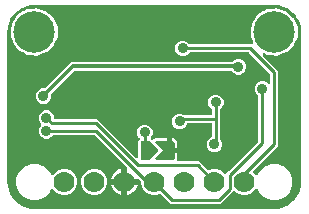
<source format=gbr>
G04 EAGLE Gerber RS-274X export*
G75*
%MOMM*%
%FSLAX34Y34*%
%LPD*%
%INBottom Copper*%
%IPPOS*%
%AMOC8*
5,1,8,0,0,1.08239X$1,22.5*%
G01*
%ADD10C,3.516000*%
%ADD11C,0.381000*%
%ADD12C,1.778000*%
%ADD13C,0.889000*%
%ADD14C,0.304800*%
%ADD15C,0.254000*%

G36*
X228622Y2543D02*
X228622Y2543D01*
X228700Y2545D01*
X232077Y2810D01*
X232145Y2824D01*
X232214Y2829D01*
X232370Y2869D01*
X238794Y4956D01*
X238901Y5006D01*
X239012Y5050D01*
X239063Y5083D01*
X239082Y5091D01*
X239097Y5104D01*
X239148Y5136D01*
X244612Y9107D01*
X244699Y9188D01*
X244746Y9227D01*
X244752Y9231D01*
X244753Y9232D01*
X244791Y9264D01*
X244829Y9310D01*
X244844Y9324D01*
X244855Y9342D01*
X244893Y9388D01*
X248864Y14852D01*
X248921Y14956D01*
X248985Y15056D01*
X249007Y15113D01*
X249017Y15131D01*
X249022Y15151D01*
X249044Y15206D01*
X251131Y21630D01*
X251144Y21698D01*
X251167Y21764D01*
X251190Y21923D01*
X251455Y25300D01*
X251455Y25304D01*
X251456Y25307D01*
X251455Y25326D01*
X251459Y25400D01*
X251459Y152400D01*
X251457Y152422D01*
X251455Y152500D01*
X251190Y155877D01*
X251176Y155945D01*
X251171Y156014D01*
X251131Y156170D01*
X249044Y162594D01*
X248993Y162701D01*
X248950Y162812D01*
X248917Y162863D01*
X248909Y162882D01*
X248896Y162897D01*
X248864Y162948D01*
X247171Y165278D01*
X247153Y165297D01*
X247139Y165320D01*
X247044Y165413D01*
X246953Y165509D01*
X246931Y165524D01*
X246912Y165542D01*
X246798Y165608D01*
X246792Y165624D01*
X246789Y165651D01*
X246740Y165775D01*
X246697Y165900D01*
X246682Y165922D01*
X246672Y165947D01*
X246586Y166083D01*
X244893Y168412D01*
X244812Y168499D01*
X244736Y168591D01*
X244690Y168629D01*
X244676Y168644D01*
X244658Y168655D01*
X244612Y168693D01*
X239148Y172664D01*
X239044Y172721D01*
X238944Y172785D01*
X238887Y172807D01*
X238869Y172817D01*
X238849Y172822D01*
X238794Y172844D01*
X232370Y174931D01*
X232302Y174944D01*
X232236Y174967D01*
X232077Y174990D01*
X228700Y175255D01*
X228678Y175254D01*
X228600Y175259D01*
X25400Y175259D01*
X25378Y175257D01*
X25300Y175255D01*
X21923Y174990D01*
X21855Y174976D01*
X21786Y174971D01*
X21630Y174931D01*
X18892Y174041D01*
X18867Y174030D01*
X18841Y174024D01*
X18724Y173963D01*
X18604Y173906D01*
X18583Y173889D01*
X18560Y173877D01*
X18462Y173789D01*
X18445Y173788D01*
X18418Y173793D01*
X18286Y173785D01*
X18153Y173783D01*
X18128Y173775D01*
X18101Y173774D01*
X17945Y173734D01*
X15206Y172844D01*
X15099Y172793D01*
X14988Y172750D01*
X14937Y172717D01*
X14918Y172709D01*
X14903Y172696D01*
X14852Y172664D01*
X9388Y168693D01*
X9301Y168612D01*
X9209Y168536D01*
X9171Y168490D01*
X9156Y168476D01*
X9145Y168458D01*
X9107Y168412D01*
X5136Y162948D01*
X5079Y162844D01*
X5015Y162744D01*
X4993Y162687D01*
X4983Y162669D01*
X4978Y162649D01*
X4956Y162594D01*
X2869Y156170D01*
X2856Y156102D01*
X2833Y156036D01*
X2810Y155877D01*
X2545Y152500D01*
X2546Y152478D01*
X2541Y152400D01*
X2541Y25400D01*
X2543Y25378D01*
X2545Y25300D01*
X2810Y21923D01*
X2824Y21855D01*
X2829Y21786D01*
X2869Y21630D01*
X4956Y15206D01*
X5006Y15099D01*
X5050Y14988D01*
X5083Y14937D01*
X5091Y14918D01*
X5104Y14903D01*
X5136Y14852D01*
X9107Y9388D01*
X9127Y9366D01*
X9138Y9348D01*
X9184Y9305D01*
X9188Y9301D01*
X9264Y9209D01*
X9310Y9171D01*
X9324Y9156D01*
X9342Y9145D01*
X9388Y9107D01*
X14852Y5136D01*
X14956Y5079D01*
X15056Y5015D01*
X15113Y4993D01*
X15131Y4983D01*
X15151Y4978D01*
X15206Y4956D01*
X21630Y2869D01*
X21698Y2856D01*
X21764Y2833D01*
X21923Y2810D01*
X25300Y2545D01*
X25322Y2546D01*
X25400Y2541D01*
X228600Y2541D01*
X228622Y2543D01*
G37*
%LPC*%
G36*
X140872Y6857D02*
X140872Y6857D01*
X138566Y9164D01*
X132657Y15072D01*
X132633Y15091D01*
X132614Y15113D01*
X132508Y15188D01*
X132406Y15267D01*
X132378Y15279D01*
X132354Y15296D01*
X132233Y15342D01*
X132114Y15394D01*
X132085Y15398D01*
X132057Y15409D01*
X131928Y15423D01*
X131800Y15444D01*
X131770Y15441D01*
X131741Y15444D01*
X131612Y15426D01*
X131483Y15414D01*
X131455Y15404D01*
X131426Y15400D01*
X131274Y15348D01*
X129173Y14477D01*
X124827Y14477D01*
X120813Y16140D01*
X117740Y19213D01*
X116077Y23227D01*
X116077Y24776D01*
X116065Y24874D01*
X116062Y24973D01*
X116045Y25032D01*
X116037Y25092D01*
X116001Y25184D01*
X115973Y25279D01*
X115943Y25331D01*
X115920Y25387D01*
X115862Y25468D01*
X115812Y25553D01*
X115746Y25628D01*
X115734Y25645D01*
X115724Y25653D01*
X115706Y25674D01*
X113852Y27528D01*
X113773Y27588D01*
X113701Y27656D01*
X113648Y27685D01*
X113600Y27722D01*
X113509Y27762D01*
X113423Y27810D01*
X113364Y27825D01*
X113309Y27849D01*
X113211Y27864D01*
X113115Y27889D01*
X113015Y27895D01*
X112994Y27899D01*
X112982Y27897D01*
X112954Y27899D01*
X104099Y27899D01*
X104099Y36754D01*
X104087Y36852D01*
X104084Y36951D01*
X104067Y37010D01*
X104059Y37070D01*
X104023Y37162D01*
X103995Y37257D01*
X103965Y37309D01*
X103942Y37365D01*
X103884Y37445D01*
X103834Y37531D01*
X103768Y37606D01*
X103756Y37623D01*
X103746Y37631D01*
X103728Y37652D01*
X76474Y64906D01*
X76395Y64966D01*
X76323Y65034D01*
X76270Y65063D01*
X76222Y65100D01*
X76131Y65140D01*
X76045Y65188D01*
X75986Y65203D01*
X75931Y65227D01*
X75833Y65242D01*
X75737Y65267D01*
X75637Y65273D01*
X75616Y65277D01*
X75604Y65275D01*
X75576Y65277D01*
X41944Y65277D01*
X41846Y65265D01*
X41747Y65262D01*
X41688Y65245D01*
X41628Y65237D01*
X41536Y65201D01*
X41441Y65173D01*
X41389Y65143D01*
X41333Y65120D01*
X41253Y65062D01*
X41167Y65012D01*
X41092Y64946D01*
X41075Y64934D01*
X41068Y64924D01*
X41046Y64906D01*
X39229Y63088D01*
X36849Y62102D01*
X34271Y62102D01*
X31891Y63088D01*
X30068Y64911D01*
X29082Y67291D01*
X29082Y69869D01*
X30068Y72249D01*
X30963Y73143D01*
X31035Y73237D01*
X31114Y73327D01*
X31133Y73363D01*
X31158Y73395D01*
X31205Y73504D01*
X31259Y73610D01*
X31268Y73649D01*
X31284Y73687D01*
X31303Y73804D01*
X31329Y73920D01*
X31327Y73961D01*
X31334Y74001D01*
X31323Y74119D01*
X31319Y74238D01*
X31308Y74277D01*
X31304Y74317D01*
X31264Y74430D01*
X31231Y74544D01*
X31210Y74578D01*
X31196Y74617D01*
X31129Y74715D01*
X31069Y74818D01*
X31029Y74863D01*
X31018Y74880D01*
X31002Y74893D01*
X30963Y74938D01*
X30068Y75833D01*
X29082Y78213D01*
X29082Y80791D01*
X30068Y83171D01*
X31891Y84994D01*
X34271Y85980D01*
X36849Y85980D01*
X39229Y84994D01*
X41052Y83171D01*
X42038Y80791D01*
X42038Y79629D01*
X42053Y79511D01*
X42060Y79392D01*
X42073Y79354D01*
X42078Y79313D01*
X42121Y79203D01*
X42158Y79090D01*
X42180Y79055D01*
X42195Y79018D01*
X42264Y78922D01*
X42328Y78821D01*
X42358Y78793D01*
X42381Y78760D01*
X42473Y78684D01*
X42560Y78603D01*
X42595Y78583D01*
X42626Y78558D01*
X42734Y78507D01*
X42838Y78449D01*
X42878Y78439D01*
X42914Y78422D01*
X43031Y78400D01*
X43146Y78370D01*
X43206Y78366D01*
X43226Y78362D01*
X43247Y78364D01*
X43307Y78360D01*
X78827Y78360D01*
X81133Y76054D01*
X81133Y76053D01*
X111371Y45816D01*
X111480Y45731D01*
X111587Y45642D01*
X111606Y45634D01*
X111622Y45621D01*
X111750Y45566D01*
X111875Y45507D01*
X111895Y45503D01*
X111914Y45495D01*
X112052Y45473D01*
X112188Y45447D01*
X112208Y45448D01*
X112228Y45445D01*
X112367Y45458D01*
X112505Y45467D01*
X112524Y45473D01*
X112544Y45475D01*
X112676Y45522D01*
X112807Y45565D01*
X112825Y45575D01*
X112844Y45582D01*
X112959Y45660D01*
X113076Y45735D01*
X113090Y45750D01*
X113107Y45761D01*
X113199Y45865D01*
X113294Y45966D01*
X113304Y45984D01*
X113317Y45999D01*
X113381Y46123D01*
X113448Y46245D01*
X113453Y46265D01*
X113462Y46283D01*
X113492Y46418D01*
X113527Y46553D01*
X113529Y46581D01*
X113532Y46593D01*
X113531Y46613D01*
X113537Y46714D01*
X113537Y59752D01*
X113551Y59805D01*
X113557Y59905D01*
X113561Y59926D01*
X113559Y59938D01*
X113561Y59966D01*
X113561Y60199D01*
X114358Y60995D01*
X114431Y61089D01*
X114510Y61179D01*
X114528Y61215D01*
X114553Y61247D01*
X114600Y61356D01*
X114654Y61462D01*
X114663Y61501D01*
X114679Y61538D01*
X114698Y61656D01*
X114724Y61772D01*
X114723Y61813D01*
X114729Y61853D01*
X114718Y61971D01*
X114714Y62090D01*
X114703Y62129D01*
X114699Y62169D01*
X114659Y62281D01*
X114626Y62396D01*
X114605Y62430D01*
X114592Y62468D01*
X114525Y62567D01*
X114464Y62670D01*
X114424Y62715D01*
X114413Y62732D01*
X114398Y62745D01*
X114358Y62790D01*
X113507Y63641D01*
X112521Y66021D01*
X112521Y68599D01*
X113507Y70979D01*
X115330Y72802D01*
X117710Y73788D01*
X120288Y73788D01*
X122668Y72802D01*
X124491Y70979D01*
X125477Y68599D01*
X125477Y66021D01*
X124491Y63641D01*
X124109Y63259D01*
X124036Y63165D01*
X123957Y63076D01*
X123939Y63040D01*
X123914Y63008D01*
X123866Y62898D01*
X123812Y62792D01*
X123804Y62753D01*
X123787Y62716D01*
X123769Y62598D01*
X123743Y62482D01*
X123744Y62442D01*
X123738Y62402D01*
X123749Y62283D01*
X123752Y62164D01*
X123764Y62125D01*
X123767Y62085D01*
X123808Y61973D01*
X123841Y61859D01*
X123861Y61824D01*
X123875Y61786D01*
X123942Y61687D01*
X124002Y61585D01*
X124042Y61539D01*
X124054Y61523D01*
X124069Y61509D01*
X124109Y61464D01*
X124287Y61286D01*
X124370Y61221D01*
X124425Y61169D01*
X124429Y61167D01*
X124451Y61148D01*
X124497Y61123D01*
X124538Y61091D01*
X124637Y61048D01*
X124731Y60998D01*
X124782Y60985D01*
X124830Y60964D01*
X124936Y60947D01*
X125040Y60922D01*
X125092Y60923D01*
X125144Y60914D01*
X125251Y60924D01*
X125358Y60926D01*
X125409Y60939D01*
X125461Y60944D01*
X125562Y60980D01*
X125665Y61008D01*
X125711Y61034D01*
X125760Y61052D01*
X125803Y61081D01*
X125809Y61083D01*
X125844Y61109D01*
X125849Y61112D01*
X125942Y61165D01*
X126005Y61218D01*
X126023Y61230D01*
X126034Y61243D01*
X126065Y61269D01*
X126269Y61466D01*
X126274Y61472D01*
X126287Y61483D01*
X126610Y61806D01*
X127009Y62027D01*
X127016Y62031D01*
X127030Y62039D01*
X127427Y62267D01*
X127870Y62377D01*
X127877Y62380D01*
X127893Y62383D01*
X128335Y62502D01*
X128791Y62493D01*
X128799Y62494D01*
X128815Y62493D01*
X137796Y62493D01*
X137796Y59951D01*
X128770Y59951D01*
X128751Y59949D01*
X128731Y59951D01*
X128610Y59929D01*
X128489Y59911D01*
X128471Y59903D01*
X128451Y59900D01*
X128341Y59845D01*
X128229Y59795D01*
X128214Y59782D01*
X128196Y59774D01*
X128106Y59691D01*
X128012Y59612D01*
X128001Y59595D01*
X127987Y59582D01*
X127922Y59477D01*
X127855Y59375D01*
X127849Y59356D01*
X127838Y59339D01*
X127806Y59221D01*
X127769Y59104D01*
X127768Y59084D01*
X127763Y59065D01*
X127765Y58943D01*
X127761Y58820D01*
X127766Y58801D01*
X127767Y58781D01*
X127802Y58663D01*
X127833Y58545D01*
X127843Y58528D01*
X127849Y58509D01*
X127891Y58448D01*
X127979Y58300D01*
X128016Y58265D01*
X128039Y58232D01*
X133973Y52070D01*
X128039Y45908D01*
X128027Y45892D01*
X128012Y45880D01*
X127944Y45777D01*
X127872Y45678D01*
X127865Y45659D01*
X127855Y45643D01*
X127817Y45526D01*
X127776Y45410D01*
X127775Y45391D01*
X127769Y45372D01*
X127766Y45249D01*
X127758Y45127D01*
X127762Y45107D01*
X127761Y45088D01*
X127792Y44969D01*
X127819Y44849D01*
X127828Y44832D01*
X127833Y44813D01*
X127896Y44707D01*
X127955Y44599D01*
X127968Y44585D01*
X127979Y44568D01*
X128068Y44484D01*
X128154Y44397D01*
X128171Y44387D01*
X128186Y44374D01*
X128295Y44318D01*
X128402Y44258D01*
X128421Y44253D01*
X128439Y44244D01*
X128512Y44232D01*
X128679Y44193D01*
X128730Y44195D01*
X128770Y44189D01*
X142470Y44189D01*
X142528Y44197D01*
X142586Y44195D01*
X142668Y44217D01*
X142752Y44229D01*
X142805Y44253D01*
X142861Y44267D01*
X142934Y44310D01*
X143011Y44345D01*
X143056Y44383D01*
X143106Y44413D01*
X143164Y44474D01*
X143228Y44529D01*
X143260Y44577D01*
X143300Y44620D01*
X143339Y44695D01*
X143386Y44765D01*
X143403Y44821D01*
X143430Y44873D01*
X143441Y44941D01*
X143471Y45036D01*
X143474Y45136D01*
X143485Y45204D01*
X143485Y50166D01*
X146051Y50166D01*
X146051Y45727D01*
X146037Y45674D01*
X146028Y45537D01*
X146027Y45527D01*
X146027Y45522D01*
X146027Y45513D01*
X146027Y44736D01*
X145902Y44270D01*
X145885Y44146D01*
X145861Y44022D01*
X145863Y43989D01*
X145859Y43955D01*
X145873Y43830D01*
X145881Y43705D01*
X145892Y43673D01*
X145895Y43639D01*
X145941Y43522D01*
X145979Y43403D01*
X145997Y43374D01*
X146009Y43343D01*
X146082Y43240D01*
X146149Y43134D01*
X146174Y43111D01*
X146193Y43083D01*
X146289Y43002D01*
X146381Y42916D01*
X146410Y42900D01*
X146436Y42878D01*
X146549Y42823D01*
X146659Y42762D01*
X146692Y42754D01*
X146722Y42739D01*
X146846Y42714D01*
X146967Y42683D01*
X147016Y42680D01*
X147034Y42676D01*
X147056Y42677D01*
X147128Y42673D01*
X165198Y42673D01*
X167504Y40367D01*
X167504Y40366D01*
X172143Y35728D01*
X172167Y35709D01*
X172186Y35687D01*
X172292Y35612D01*
X172394Y35533D01*
X172422Y35521D01*
X172446Y35504D01*
X172567Y35458D01*
X172686Y35406D01*
X172715Y35402D01*
X172743Y35391D01*
X172872Y35377D01*
X173000Y35356D01*
X173030Y35359D01*
X173059Y35356D01*
X173188Y35374D01*
X173317Y35386D01*
X173345Y35396D01*
X173374Y35400D01*
X173526Y35452D01*
X175627Y36323D01*
X179973Y36323D01*
X183987Y34660D01*
X186101Y32546D01*
X186195Y32473D01*
X186284Y32395D01*
X186320Y32376D01*
X186352Y32351D01*
X186461Y32304D01*
X186567Y32250D01*
X186607Y32241D01*
X186644Y32225D01*
X186762Y32206D01*
X186877Y32180D01*
X186918Y32182D01*
X186958Y32175D01*
X187076Y32186D01*
X187195Y32190D01*
X187234Y32201D01*
X187274Y32205D01*
X187387Y32245D01*
X187501Y32278D01*
X187536Y32299D01*
X187574Y32313D01*
X187672Y32380D01*
X187775Y32440D01*
X187820Y32480D01*
X187837Y32491D01*
X187850Y32507D01*
X187896Y32546D01*
X190012Y34662D01*
X214766Y59416D01*
X214826Y59495D01*
X214894Y59567D01*
X214923Y59620D01*
X214960Y59668D01*
X215000Y59759D01*
X215048Y59845D01*
X215063Y59904D01*
X215087Y59959D01*
X215102Y60057D01*
X215127Y60153D01*
X215133Y60253D01*
X215137Y60274D01*
X215135Y60286D01*
X215137Y60314D01*
X215137Y97756D01*
X215125Y97854D01*
X215122Y97953D01*
X215105Y98012D01*
X215097Y98072D01*
X215061Y98164D01*
X215033Y98259D01*
X215003Y98311D01*
X214980Y98367D01*
X214922Y98447D01*
X214872Y98533D01*
X214806Y98608D01*
X214794Y98625D01*
X214784Y98632D01*
X214766Y98654D01*
X212948Y100471D01*
X211962Y102851D01*
X211962Y105429D01*
X212948Y107809D01*
X214771Y109632D01*
X217151Y110618D01*
X219729Y110618D01*
X222109Y109632D01*
X223131Y108610D01*
X223240Y108526D01*
X223347Y108436D01*
X223366Y108428D01*
X223382Y108415D01*
X223509Y108360D01*
X223635Y108301D01*
X223655Y108297D01*
X223674Y108289D01*
X223812Y108267D01*
X223948Y108241D01*
X223968Y108242D01*
X223988Y108239D01*
X224127Y108252D01*
X224265Y108261D01*
X224284Y108267D01*
X224304Y108269D01*
X224436Y108316D01*
X224567Y108359D01*
X224585Y108370D01*
X224604Y108377D01*
X224719Y108455D01*
X224836Y108529D01*
X224850Y108544D01*
X224867Y108555D01*
X224959Y108659D01*
X225054Y108761D01*
X225064Y108779D01*
X225077Y108794D01*
X225140Y108917D01*
X225208Y109039D01*
X225213Y109059D01*
X225222Y109077D01*
X225252Y109213D01*
X225287Y109347D01*
X225289Y109375D01*
X225292Y109387D01*
X225291Y109408D01*
X225297Y109508D01*
X225297Y116216D01*
X225285Y116314D01*
X225282Y116413D01*
X225265Y116472D01*
X225257Y116532D01*
X225221Y116624D01*
X225193Y116719D01*
X225163Y116771D01*
X225140Y116827D01*
X225082Y116907D01*
X225032Y116993D01*
X224966Y117068D01*
X224954Y117085D01*
X224944Y117093D01*
X224926Y117114D01*
X207284Y134756D01*
X207205Y134816D01*
X207133Y134884D01*
X207080Y134913D01*
X207032Y134950D01*
X206941Y134990D01*
X206855Y135038D01*
X206796Y135053D01*
X206741Y135077D01*
X206643Y135092D01*
X206547Y135117D01*
X206447Y135123D01*
X206426Y135127D01*
X206414Y135125D01*
X206386Y135127D01*
X157514Y135127D01*
X157416Y135115D01*
X157317Y135112D01*
X157258Y135095D01*
X157198Y135087D01*
X157106Y135051D01*
X157011Y135023D01*
X156959Y134993D01*
X156903Y134970D01*
X156823Y134912D01*
X156737Y134862D01*
X156662Y134796D01*
X156645Y134784D01*
X156638Y134774D01*
X156616Y134756D01*
X154799Y132938D01*
X152419Y131952D01*
X149841Y131952D01*
X147461Y132938D01*
X145638Y134761D01*
X144652Y137141D01*
X144652Y139719D01*
X145638Y142099D01*
X147461Y143922D01*
X149841Y144908D01*
X152419Y144908D01*
X154799Y143922D01*
X156616Y142104D01*
X156695Y142044D01*
X156767Y141976D01*
X156820Y141947D01*
X156868Y141910D01*
X156959Y141870D01*
X157045Y141822D01*
X157104Y141807D01*
X157160Y141783D01*
X157258Y141768D01*
X157353Y141743D01*
X157453Y141737D01*
X157474Y141733D01*
X157486Y141735D01*
X157514Y141733D01*
X209518Y141733D01*
X209557Y141738D01*
X209597Y141735D01*
X209715Y141758D01*
X209834Y141773D01*
X209871Y141787D01*
X209910Y141795D01*
X210018Y141846D01*
X210129Y141890D01*
X210161Y141913D01*
X210197Y141930D01*
X210290Y142006D01*
X210387Y142076D01*
X210412Y142107D01*
X210443Y142132D01*
X210513Y142229D01*
X210589Y142321D01*
X210606Y142357D01*
X210630Y142390D01*
X210674Y142501D01*
X210725Y142609D01*
X210732Y142648D01*
X210747Y142685D01*
X210762Y142804D01*
X210785Y142921D01*
X210782Y142961D01*
X210787Y143001D01*
X210772Y143119D01*
X210765Y143239D01*
X210753Y143277D01*
X210748Y143316D01*
X210704Y143427D01*
X210667Y143541D01*
X210646Y143575D01*
X210631Y143612D01*
X210545Y143748D01*
X210208Y144211D01*
X209647Y146849D01*
X209636Y146883D01*
X209631Y146919D01*
X209579Y147071D01*
X208987Y148499D01*
X208987Y149822D01*
X208981Y149874D01*
X208983Y149926D01*
X208960Y150086D01*
X208468Y152400D01*
X208960Y154714D01*
X208964Y154767D01*
X208977Y154817D01*
X208987Y154978D01*
X208987Y156301D01*
X209579Y157729D01*
X209588Y157763D01*
X209604Y157795D01*
X209647Y157951D01*
X210208Y160589D01*
X211411Y162244D01*
X211444Y162305D01*
X211486Y162360D01*
X211557Y162504D01*
X211973Y163510D01*
X213209Y164746D01*
X213221Y164761D01*
X213236Y164773D01*
X213339Y164897D01*
X215129Y167361D01*
X216631Y168228D01*
X216699Y168280D01*
X216773Y168324D01*
X216875Y168414D01*
X216884Y168421D01*
X216887Y168424D01*
X216893Y168430D01*
X217490Y169027D01*
X219266Y169762D01*
X219268Y169764D01*
X219271Y169764D01*
X219415Y169836D01*
X222379Y171547D01*
X223798Y171696D01*
X223898Y171720D01*
X223999Y171734D01*
X224087Y171764D01*
X224108Y171769D01*
X224120Y171775D01*
X224151Y171786D01*
X224699Y172013D01*
X226743Y172013D01*
X226760Y172015D01*
X226876Y172020D01*
X230704Y172422D01*
X231773Y172075D01*
X231890Y172053D01*
X232005Y172023D01*
X232065Y172019D01*
X232085Y172015D01*
X232106Y172017D01*
X232165Y172013D01*
X232501Y172013D01*
X234409Y171222D01*
X234430Y171217D01*
X234503Y171188D01*
X238666Y169835D01*
X239278Y169285D01*
X239389Y169207D01*
X239497Y169126D01*
X239527Y169111D01*
X239539Y169103D01*
X239559Y169096D01*
X239641Y169055D01*
X239710Y169027D01*
X241005Y167732D01*
X241019Y167721D01*
X241053Y167686D01*
X244710Y164393D01*
X244732Y164378D01*
X244750Y164359D01*
X244862Y164288D01*
X244910Y164254D01*
X244914Y164217D01*
X244924Y164192D01*
X244929Y164166D01*
X244985Y164015D01*
X245100Y163756D01*
X245179Y163626D01*
X245450Y162971D01*
X245455Y162962D01*
X245463Y162941D01*
X248292Y156586D01*
X248292Y148214D01*
X245463Y141859D01*
X245460Y141849D01*
X245450Y141829D01*
X245194Y141211D01*
X245175Y141187D01*
X245170Y141179D01*
X245168Y141175D01*
X245163Y141164D01*
X245100Y141044D01*
X244887Y140566D01*
X241053Y137114D01*
X241041Y137100D01*
X241005Y137068D01*
X239710Y135773D01*
X239641Y135745D01*
X239524Y135678D01*
X239404Y135615D01*
X239377Y135594D01*
X239365Y135587D01*
X239350Y135572D01*
X239278Y135515D01*
X238666Y134965D01*
X234502Y133612D01*
X234483Y133603D01*
X234409Y133577D01*
X232501Y132787D01*
X232165Y132787D01*
X232047Y132772D01*
X231929Y132765D01*
X231870Y132750D01*
X231850Y132747D01*
X231831Y132740D01*
X231773Y132725D01*
X230704Y132378D01*
X226876Y132780D01*
X226858Y132780D01*
X226743Y132787D01*
X224699Y132787D01*
X224151Y133014D01*
X224052Y133041D01*
X223957Y133077D01*
X223865Y133092D01*
X223844Y133098D01*
X223831Y133098D01*
X223798Y133104D01*
X222379Y133253D01*
X220670Y134239D01*
X220531Y134298D01*
X220390Y134359D01*
X220383Y134360D01*
X220377Y134363D01*
X220228Y134385D01*
X220076Y134409D01*
X220069Y134408D01*
X220062Y134409D01*
X219912Y134393D01*
X219759Y134379D01*
X219753Y134377D01*
X219746Y134376D01*
X219605Y134323D01*
X219460Y134271D01*
X219454Y134268D01*
X219448Y134265D01*
X219324Y134179D01*
X219197Y134093D01*
X219192Y134088D01*
X219187Y134084D01*
X219087Y133969D01*
X218986Y133854D01*
X218983Y133848D01*
X218979Y133843D01*
X218911Y133707D01*
X218842Y133571D01*
X218840Y133565D01*
X218837Y133559D01*
X218805Y133408D01*
X218772Y133261D01*
X218772Y133254D01*
X218771Y133248D01*
X218777Y133095D01*
X218782Y132943D01*
X218784Y132937D01*
X218784Y132930D01*
X218828Y132784D01*
X218870Y132638D01*
X218874Y132632D01*
X218875Y132625D01*
X218954Y132496D01*
X219032Y132364D01*
X219038Y132357D01*
X219040Y132353D01*
X219047Y132346D01*
X219138Y132243D01*
X231903Y119478D01*
X231903Y55782D01*
X210981Y34861D01*
X210908Y34766D01*
X210830Y34677D01*
X210811Y34641D01*
X210786Y34609D01*
X210739Y34500D01*
X210685Y34394D01*
X210676Y34355D01*
X210660Y34318D01*
X210641Y34200D01*
X210615Y34084D01*
X210617Y34043D01*
X210610Y34003D01*
X210621Y33885D01*
X210625Y33766D01*
X210636Y33727D01*
X210640Y33687D01*
X210680Y33575D01*
X210713Y33460D01*
X210734Y33426D01*
X210748Y33388D01*
X210815Y33289D01*
X210875Y33186D01*
X210915Y33141D01*
X210926Y33124D01*
X210942Y33111D01*
X210981Y33066D01*
X212511Y31536D01*
X212524Y31511D01*
X212538Y31496D01*
X212548Y31479D01*
X212644Y31379D01*
X212738Y31276D01*
X212755Y31265D01*
X212769Y31250D01*
X212888Y31177D01*
X213004Y31101D01*
X213023Y31094D01*
X213040Y31084D01*
X213173Y31043D01*
X213305Y30998D01*
X213325Y30996D01*
X213344Y30990D01*
X213483Y30984D01*
X213622Y30972D01*
X213642Y30976D01*
X213662Y30975D01*
X213798Y31003D01*
X213935Y31027D01*
X213953Y31035D01*
X213973Y31039D01*
X214098Y31100D01*
X214225Y31157D01*
X214241Y31170D01*
X214259Y31179D01*
X214365Y31269D01*
X214474Y31356D01*
X214486Y31372D01*
X214501Y31385D01*
X214581Y31499D01*
X214665Y31610D01*
X214677Y31635D01*
X214684Y31645D01*
X214691Y31664D01*
X214736Y31755D01*
X215680Y34033D01*
X219967Y38320D01*
X225568Y40641D01*
X231632Y40641D01*
X237233Y38320D01*
X241520Y34033D01*
X243841Y28432D01*
X243841Y22368D01*
X241520Y16767D01*
X237233Y12480D01*
X231632Y10159D01*
X225568Y10159D01*
X219967Y12480D01*
X215680Y16767D01*
X214736Y19045D01*
X214667Y19166D01*
X214602Y19289D01*
X214588Y19304D01*
X214578Y19322D01*
X214481Y19422D01*
X214388Y19525D01*
X214371Y19536D01*
X214357Y19550D01*
X214238Y19623D01*
X214122Y19699D01*
X214103Y19706D01*
X214086Y19716D01*
X213953Y19757D01*
X213821Y19802D01*
X213801Y19804D01*
X213782Y19810D01*
X213643Y19816D01*
X213504Y19828D01*
X213484Y19824D01*
X213464Y19825D01*
X213328Y19797D01*
X213191Y19773D01*
X213172Y19765D01*
X213153Y19761D01*
X213027Y19699D01*
X212901Y19642D01*
X212885Y19630D01*
X212867Y19621D01*
X212761Y19530D01*
X212652Y19444D01*
X212640Y19428D01*
X212625Y19415D01*
X212545Y19301D01*
X212536Y19289D01*
X209387Y16140D01*
X205373Y14477D01*
X201027Y14477D01*
X197013Y16140D01*
X195534Y17619D01*
X195440Y17692D01*
X195351Y17770D01*
X195315Y17789D01*
X195283Y17814D01*
X195174Y17861D01*
X195068Y17915D01*
X195028Y17924D01*
X194991Y17940D01*
X194873Y17959D01*
X194758Y17985D01*
X194717Y17983D01*
X194677Y17990D01*
X194559Y17979D01*
X194440Y17975D01*
X194401Y17964D01*
X194361Y17960D01*
X194248Y17920D01*
X194134Y17887D01*
X194099Y17866D01*
X194061Y17852D01*
X193963Y17785D01*
X193860Y17725D01*
X193815Y17685D01*
X193798Y17674D01*
X193785Y17658D01*
X193739Y17619D01*
X182978Y6857D01*
X140872Y6857D01*
G37*
%LPD*%
%LPC*%
G36*
X31731Y91566D02*
X31731Y91566D01*
X29351Y92552D01*
X27528Y94375D01*
X26542Y96755D01*
X26542Y99333D01*
X27528Y101713D01*
X29351Y103536D01*
X31731Y104522D01*
X33942Y104522D01*
X34040Y104534D01*
X34139Y104537D01*
X34197Y104554D01*
X34258Y104562D01*
X34350Y104598D01*
X34445Y104626D01*
X34497Y104656D01*
X34553Y104679D01*
X34633Y104737D01*
X34719Y104787D01*
X34794Y104853D01*
X34811Y104865D01*
X34818Y104875D01*
X34840Y104893D01*
X56693Y126747D01*
X192380Y126747D01*
X192478Y126759D01*
X192577Y126762D01*
X192636Y126779D01*
X192696Y126787D01*
X192788Y126823D01*
X192883Y126851D01*
X192935Y126881D01*
X192991Y126904D01*
X193071Y126962D01*
X193157Y127012D01*
X193232Y127078D01*
X193249Y127090D01*
X193256Y127100D01*
X193278Y127118D01*
X194451Y128292D01*
X196831Y129278D01*
X199409Y129278D01*
X201789Y128292D01*
X203612Y126469D01*
X204598Y124089D01*
X204598Y121511D01*
X203612Y119131D01*
X201789Y117308D01*
X199409Y116322D01*
X196831Y116322D01*
X194451Y117308D01*
X192498Y119262D01*
X192419Y119322D01*
X192347Y119390D01*
X192294Y119419D01*
X192246Y119456D01*
X192155Y119496D01*
X192069Y119544D01*
X192010Y119559D01*
X191954Y119583D01*
X191856Y119598D01*
X191761Y119623D01*
X191661Y119629D01*
X191640Y119633D01*
X191628Y119631D01*
X191600Y119633D01*
X60165Y119633D01*
X60067Y119621D01*
X59968Y119618D01*
X59910Y119601D01*
X59849Y119593D01*
X59757Y119557D01*
X59662Y119529D01*
X59610Y119499D01*
X59554Y119476D01*
X59474Y119418D01*
X59388Y119368D01*
X59313Y119302D01*
X59296Y119290D01*
X59289Y119280D01*
X59267Y119262D01*
X39869Y99864D01*
X39809Y99785D01*
X39741Y99713D01*
X39712Y99660D01*
X39675Y99612D01*
X39635Y99521D01*
X39587Y99435D01*
X39572Y99376D01*
X39548Y99320D01*
X39533Y99222D01*
X39508Y99127D01*
X39502Y99027D01*
X39498Y99006D01*
X39500Y98994D01*
X39498Y98966D01*
X39498Y96755D01*
X38512Y94375D01*
X36689Y92552D01*
X34309Y91566D01*
X31731Y91566D01*
G37*
%LPD*%
%LPC*%
G36*
X23676Y132780D02*
X23676Y132780D01*
X23658Y132780D01*
X23543Y132787D01*
X21499Y132787D01*
X20951Y133014D01*
X20852Y133041D01*
X20757Y133077D01*
X20665Y133092D01*
X20644Y133098D01*
X20631Y133098D01*
X20598Y133104D01*
X19179Y133253D01*
X16215Y134964D01*
X16213Y134965D01*
X16210Y134967D01*
X16066Y135038D01*
X14290Y135773D01*
X13693Y136370D01*
X13626Y136422D01*
X13565Y136483D01*
X13451Y136558D01*
X13442Y136565D01*
X13438Y136567D01*
X13431Y136572D01*
X11929Y137439D01*
X10139Y139903D01*
X10126Y139917D01*
X10116Y139933D01*
X10009Y140054D01*
X8773Y141290D01*
X8357Y142296D01*
X8322Y142356D01*
X8297Y142420D01*
X8211Y142556D01*
X7008Y144211D01*
X6447Y146849D01*
X6436Y146883D01*
X6431Y146919D01*
X6379Y147071D01*
X5787Y148499D01*
X5787Y149822D01*
X5781Y149874D01*
X5783Y149926D01*
X5760Y150086D01*
X5268Y152400D01*
X5760Y154714D01*
X5764Y154767D01*
X5777Y154817D01*
X5787Y154978D01*
X5787Y156301D01*
X6379Y157729D01*
X6388Y157763D01*
X6404Y157795D01*
X6447Y157951D01*
X7008Y160589D01*
X8211Y162244D01*
X8244Y162305D01*
X8286Y162360D01*
X8357Y162504D01*
X8773Y163510D01*
X10009Y164746D01*
X10021Y164761D01*
X10036Y164773D01*
X10139Y164897D01*
X11929Y167361D01*
X13431Y168228D01*
X13499Y168280D01*
X13573Y168324D01*
X13675Y168414D01*
X13684Y168421D01*
X13687Y168424D01*
X13693Y168430D01*
X14290Y169027D01*
X16066Y169762D01*
X16068Y169764D01*
X16071Y169764D01*
X16215Y169836D01*
X18972Y171428D01*
X18993Y171444D01*
X19017Y171455D01*
X19120Y171540D01*
X19166Y171575D01*
X19203Y171568D01*
X19229Y171569D01*
X19256Y171565D01*
X19416Y171572D01*
X20598Y171696D01*
X20698Y171720D01*
X20799Y171734D01*
X20887Y171764D01*
X20908Y171769D01*
X20920Y171775D01*
X20951Y171786D01*
X21499Y172013D01*
X23543Y172013D01*
X23560Y172015D01*
X23676Y172020D01*
X27504Y172422D01*
X28573Y172075D01*
X28690Y172053D01*
X28805Y172023D01*
X28865Y172019D01*
X28885Y172015D01*
X28906Y172017D01*
X28965Y172013D01*
X29301Y172013D01*
X31209Y171222D01*
X31230Y171217D01*
X31303Y171188D01*
X35466Y169835D01*
X36078Y169285D01*
X36189Y169207D01*
X36297Y169126D01*
X36327Y169111D01*
X36339Y169103D01*
X36359Y169096D01*
X36441Y169055D01*
X36510Y169027D01*
X37805Y167732D01*
X37819Y167721D01*
X37853Y167686D01*
X41687Y164234D01*
X41900Y163756D01*
X41979Y163626D01*
X42250Y162971D01*
X42255Y162962D01*
X42263Y162941D01*
X45092Y156586D01*
X45092Y148214D01*
X42263Y141859D01*
X42260Y141849D01*
X42250Y141829D01*
X41994Y141211D01*
X41975Y141187D01*
X41970Y141179D01*
X41968Y141175D01*
X41963Y141164D01*
X41900Y141044D01*
X41687Y140566D01*
X37853Y137114D01*
X37841Y137100D01*
X37805Y137068D01*
X36510Y135773D01*
X36441Y135745D01*
X36324Y135678D01*
X36204Y135615D01*
X36177Y135594D01*
X36165Y135587D01*
X36150Y135572D01*
X36078Y135515D01*
X35466Y134965D01*
X31302Y133612D01*
X31283Y133603D01*
X31209Y133577D01*
X29301Y132787D01*
X28965Y132787D01*
X28847Y132772D01*
X28729Y132765D01*
X28670Y132750D01*
X28650Y132747D01*
X28631Y132740D01*
X28573Y132725D01*
X27504Y132378D01*
X23676Y132780D01*
G37*
%LPD*%
%LPC*%
G36*
X22368Y10159D02*
X22368Y10159D01*
X16767Y12480D01*
X12480Y16767D01*
X10159Y22368D01*
X10159Y28432D01*
X12480Y34033D01*
X16767Y38320D01*
X22368Y40641D01*
X28432Y40641D01*
X34033Y38320D01*
X38320Y34033D01*
X39264Y31755D01*
X39333Y31634D01*
X39398Y31511D01*
X39412Y31496D01*
X39422Y31478D01*
X39519Y31378D01*
X39612Y31276D01*
X39629Y31265D01*
X39643Y31250D01*
X39762Y31177D01*
X39878Y31101D01*
X39897Y31094D01*
X39914Y31084D01*
X40047Y31043D01*
X40179Y30998D01*
X40199Y30996D01*
X40218Y30990D01*
X40357Y30984D01*
X40496Y30973D01*
X40516Y30976D01*
X40536Y30975D01*
X40672Y31003D01*
X40809Y31027D01*
X40827Y31035D01*
X40847Y31039D01*
X40973Y31101D01*
X41099Y31158D01*
X41115Y31170D01*
X41133Y31179D01*
X41239Y31270D01*
X41347Y31356D01*
X41360Y31372D01*
X41375Y31385D01*
X41455Y31500D01*
X41464Y31511D01*
X44613Y34660D01*
X48627Y36323D01*
X52973Y36323D01*
X56987Y34660D01*
X60060Y31587D01*
X61723Y27573D01*
X61723Y23227D01*
X60060Y19213D01*
X56987Y16140D01*
X52973Y14477D01*
X48627Y14477D01*
X44613Y16140D01*
X41489Y19264D01*
X41476Y19289D01*
X41462Y19304D01*
X41452Y19321D01*
X41355Y19422D01*
X41262Y19524D01*
X41245Y19535D01*
X41231Y19550D01*
X41112Y19623D01*
X40996Y19699D01*
X40977Y19706D01*
X40960Y19716D01*
X40827Y19757D01*
X40695Y19802D01*
X40675Y19804D01*
X40656Y19810D01*
X40517Y19816D01*
X40378Y19828D01*
X40358Y19824D01*
X40338Y19825D01*
X40202Y19797D01*
X40065Y19773D01*
X40046Y19765D01*
X40027Y19761D01*
X39902Y19700D01*
X39775Y19643D01*
X39759Y19630D01*
X39741Y19621D01*
X39635Y19531D01*
X39526Y19444D01*
X39514Y19428D01*
X39499Y19415D01*
X39419Y19301D01*
X39335Y19190D01*
X39323Y19165D01*
X39316Y19155D01*
X39309Y19136D01*
X39264Y19045D01*
X38320Y16767D01*
X34033Y12480D01*
X28432Y10159D01*
X22368Y10159D01*
G37*
%LPD*%
%LPC*%
G36*
X176511Y50672D02*
X176511Y50672D01*
X174131Y51658D01*
X172308Y53481D01*
X171322Y55861D01*
X171322Y58439D01*
X172308Y60819D01*
X174131Y62642D01*
X174984Y62995D01*
X175009Y63010D01*
X175037Y63019D01*
X175147Y63088D01*
X175260Y63152D01*
X175281Y63173D01*
X175306Y63189D01*
X175395Y63283D01*
X175488Y63374D01*
X175504Y63399D01*
X175524Y63420D01*
X175587Y63534D01*
X175655Y63645D01*
X175663Y63673D01*
X175678Y63699D01*
X175710Y63825D01*
X175748Y63949D01*
X175750Y63978D01*
X175757Y64007D01*
X175767Y64168D01*
X175767Y74168D01*
X175752Y74286D01*
X175745Y74405D01*
X175732Y74443D01*
X175727Y74484D01*
X175684Y74594D01*
X175647Y74707D01*
X175625Y74742D01*
X175610Y74779D01*
X175541Y74875D01*
X175477Y74976D01*
X175447Y75004D01*
X175424Y75037D01*
X175332Y75113D01*
X175245Y75194D01*
X175210Y75214D01*
X175179Y75239D01*
X175071Y75290D01*
X174967Y75348D01*
X174927Y75358D01*
X174891Y75375D01*
X174774Y75397D01*
X174659Y75427D01*
X174599Y75431D01*
X174579Y75435D01*
X174558Y75433D01*
X174498Y75437D01*
X155757Y75437D01*
X155728Y75434D01*
X155699Y75436D01*
X155570Y75414D01*
X155442Y75397D01*
X155414Y75387D01*
X155385Y75382D01*
X155267Y75328D01*
X155146Y75280D01*
X155122Y75263D01*
X155095Y75251D01*
X154994Y75170D01*
X154889Y75094D01*
X154870Y75071D01*
X154847Y75052D01*
X154769Y74949D01*
X154686Y74849D01*
X154673Y74822D01*
X154656Y74798D01*
X154585Y74654D01*
X153885Y72964D01*
X152062Y71141D01*
X149682Y70155D01*
X147104Y70155D01*
X144724Y71141D01*
X142901Y72964D01*
X141915Y75344D01*
X141915Y77922D01*
X142901Y80302D01*
X144724Y82125D01*
X147104Y83111D01*
X149682Y83111D01*
X152027Y82139D01*
X152036Y82137D01*
X152044Y82132D01*
X152189Y82095D01*
X152333Y82055D01*
X152343Y82055D01*
X152352Y82053D01*
X152512Y82043D01*
X174498Y82043D01*
X174616Y82058D01*
X174735Y82065D01*
X174773Y82078D01*
X174814Y82083D01*
X174924Y82126D01*
X175037Y82163D01*
X175072Y82185D01*
X175109Y82200D01*
X175205Y82269D01*
X175306Y82333D01*
X175334Y82363D01*
X175367Y82386D01*
X175443Y82478D01*
X175524Y82565D01*
X175544Y82600D01*
X175569Y82631D01*
X175620Y82739D01*
X175678Y82843D01*
X175688Y82883D01*
X175705Y82919D01*
X175727Y83036D01*
X175757Y83151D01*
X175761Y83211D01*
X175765Y83231D01*
X175763Y83252D01*
X175767Y83312D01*
X175767Y86326D01*
X175755Y86424D01*
X175752Y86523D01*
X175745Y86547D01*
X175745Y86548D01*
X175742Y86556D01*
X175735Y86582D01*
X175727Y86642D01*
X175691Y86734D01*
X175663Y86829D01*
X175633Y86881D01*
X175610Y86937D01*
X175552Y87017D01*
X175502Y87103D01*
X175436Y87178D01*
X175424Y87195D01*
X175414Y87202D01*
X175396Y87224D01*
X173578Y89041D01*
X172592Y91421D01*
X172592Y93999D01*
X173578Y96379D01*
X175401Y98202D01*
X177781Y99188D01*
X180359Y99188D01*
X182739Y98202D01*
X184562Y96379D01*
X185548Y93999D01*
X185548Y91421D01*
X184562Y89041D01*
X182744Y87224D01*
X182684Y87145D01*
X182616Y87073D01*
X182587Y87020D01*
X182550Y86972D01*
X182510Y86881D01*
X182462Y86795D01*
X182447Y86736D01*
X182423Y86680D01*
X182408Y86582D01*
X182383Y86487D01*
X182378Y86404D01*
X182375Y86392D01*
X182376Y86382D01*
X182373Y86366D01*
X182375Y86354D01*
X182373Y86326D01*
X182373Y62264D01*
X182385Y62166D01*
X182388Y62067D01*
X182405Y62008D01*
X182413Y61948D01*
X182449Y61856D01*
X182477Y61761D01*
X182507Y61709D01*
X182530Y61653D01*
X182588Y61573D01*
X182638Y61487D01*
X182704Y61412D01*
X182716Y61395D01*
X182726Y61388D01*
X182744Y61366D01*
X183292Y60819D01*
X184278Y58439D01*
X184278Y55861D01*
X183292Y53481D01*
X181469Y51658D01*
X179089Y50672D01*
X176511Y50672D01*
G37*
%LPD*%
%LPC*%
G36*
X74027Y14477D02*
X74027Y14477D01*
X70013Y16140D01*
X66940Y19213D01*
X65277Y23227D01*
X65277Y27573D01*
X66940Y31587D01*
X70013Y34660D01*
X74027Y36323D01*
X78373Y36323D01*
X82387Y34660D01*
X85460Y31587D01*
X87123Y27573D01*
X87123Y23227D01*
X85460Y19213D01*
X82387Y16140D01*
X78373Y14477D01*
X74027Y14477D01*
G37*
%LPD*%
G36*
X122930Y44204D02*
X122930Y44204D01*
X123037Y44211D01*
X123071Y44224D01*
X123107Y44229D01*
X123204Y44272D01*
X123304Y44309D01*
X123329Y44328D01*
X123366Y44345D01*
X123524Y44478D01*
X123570Y44514D01*
X129936Y51380D01*
X129958Y51412D01*
X129986Y51439D01*
X130039Y51528D01*
X130098Y51613D01*
X130110Y51650D01*
X130130Y51684D01*
X130156Y51784D01*
X130189Y51883D01*
X130191Y51922D01*
X130200Y51960D01*
X130197Y52063D01*
X130202Y52167D01*
X130192Y52205D01*
X130191Y52244D01*
X130159Y52342D01*
X130135Y52443D01*
X130116Y52477D01*
X130104Y52515D01*
X130059Y52578D01*
X129995Y52690D01*
X129941Y52742D01*
X129909Y52788D01*
X123043Y59654D01*
X122973Y59706D01*
X122909Y59766D01*
X122860Y59792D01*
X122816Y59825D01*
X122734Y59856D01*
X122656Y59896D01*
X122609Y59904D01*
X122550Y59926D01*
X122402Y59938D01*
X122325Y59951D01*
X116610Y59951D01*
X116552Y59943D01*
X116494Y59945D01*
X116412Y59923D01*
X116329Y59911D01*
X116275Y59888D01*
X116219Y59873D01*
X116146Y59830D01*
X116069Y59795D01*
X116024Y59757D01*
X115974Y59728D01*
X115916Y59666D01*
X115852Y59612D01*
X115820Y59563D01*
X115780Y59520D01*
X115741Y59445D01*
X115695Y59375D01*
X115677Y59319D01*
X115650Y59267D01*
X115639Y59199D01*
X115609Y59104D01*
X115606Y59004D01*
X115595Y58936D01*
X115595Y45204D01*
X115603Y45146D01*
X115601Y45088D01*
X115623Y45006D01*
X115635Y44923D01*
X115659Y44869D01*
X115673Y44813D01*
X115716Y44740D01*
X115751Y44663D01*
X115789Y44618D01*
X115819Y44568D01*
X115880Y44510D01*
X115935Y44446D01*
X115983Y44414D01*
X116026Y44374D01*
X116101Y44335D01*
X116171Y44289D01*
X116227Y44271D01*
X116279Y44244D01*
X116347Y44233D01*
X116442Y44203D01*
X116542Y44200D01*
X116610Y44189D01*
X122825Y44189D01*
X122930Y44204D01*
G37*
%LPC*%
G36*
X90423Y27899D02*
X90423Y27899D01*
X90451Y28077D01*
X91007Y29788D01*
X91823Y31391D01*
X92881Y32847D01*
X94153Y34119D01*
X95609Y35177D01*
X97212Y35993D01*
X98923Y36549D01*
X99101Y36577D01*
X99101Y27899D01*
X90423Y27899D01*
G37*
%LPD*%
%LPC*%
G36*
X104099Y22901D02*
X104099Y22901D01*
X112777Y22901D01*
X112749Y22723D01*
X112193Y21012D01*
X111377Y19409D01*
X110319Y17953D01*
X109047Y16681D01*
X107591Y15623D01*
X105988Y14807D01*
X104277Y14251D01*
X104099Y14223D01*
X104099Y22901D01*
G37*
%LPD*%
%LPC*%
G36*
X98923Y14251D02*
X98923Y14251D01*
X97212Y14807D01*
X95609Y15623D01*
X94153Y16681D01*
X92881Y17953D01*
X91823Y19409D01*
X91007Y21012D01*
X90451Y22723D01*
X90423Y22901D01*
X99101Y22901D01*
X99101Y14223D01*
X98923Y14251D01*
G37*
%LPD*%
%LPC*%
G36*
X143485Y53974D02*
X143485Y53974D01*
X143485Y58936D01*
X143477Y58994D01*
X143479Y59052D01*
X143457Y59134D01*
X143445Y59218D01*
X143422Y59271D01*
X143407Y59327D01*
X143364Y59400D01*
X143329Y59477D01*
X143291Y59522D01*
X143262Y59572D01*
X143200Y59630D01*
X143146Y59694D01*
X143097Y59726D01*
X143054Y59766D01*
X142979Y59805D01*
X142909Y59852D01*
X142853Y59869D01*
X142801Y59896D01*
X142733Y59907D01*
X142638Y59937D01*
X142538Y59940D01*
X142470Y59951D01*
X141604Y59951D01*
X141604Y62493D01*
X142938Y62493D01*
X143843Y62250D01*
X144654Y61782D01*
X145316Y61120D01*
X145784Y60309D01*
X146027Y59404D01*
X146027Y58627D01*
X146037Y58542D01*
X146038Y58456D01*
X146051Y58394D01*
X146051Y53974D01*
X143485Y53974D01*
G37*
%LPD*%
D10*
X25400Y152400D03*
X228600Y152400D03*
D11*
X121285Y46355D02*
X117475Y46355D01*
X117475Y57785D01*
X121285Y57785D01*
X121285Y46355D01*
X121285Y49974D02*
X117475Y49974D01*
X117475Y53593D02*
X121285Y53593D01*
X121285Y57212D02*
X117475Y57212D01*
X137795Y46355D02*
X141605Y46355D01*
X137795Y46355D02*
X137795Y57785D01*
X141605Y57785D01*
X141605Y46355D01*
X141605Y49974D02*
X137795Y49974D01*
X137795Y53593D02*
X141605Y53593D01*
X141605Y57212D02*
X137795Y57212D01*
D12*
X50800Y25400D03*
X76200Y25400D03*
X101600Y25400D03*
X127000Y25400D03*
X152400Y25400D03*
X177800Y25400D03*
X203200Y25400D03*
D13*
X29210Y113030D03*
X90170Y137160D03*
X198120Y60960D03*
X140970Y111760D03*
X101600Y67310D03*
X33020Y98044D03*
D14*
X58166Y123190D01*
X198120Y123190D01*
X198120Y122800D01*
D13*
X198120Y122800D03*
X179070Y92710D03*
D15*
X179070Y78740D01*
X179070Y58420D01*
X177800Y57150D01*
D13*
X177800Y57150D03*
X148393Y76633D03*
D15*
X150500Y78740D01*
X179070Y78740D01*
D13*
X118999Y67310D03*
D15*
X119380Y66929D02*
X119380Y52070D01*
X119380Y66929D02*
X118999Y67310D01*
D13*
X35560Y79502D03*
D15*
X40005Y75057D02*
X77459Y75057D01*
X40005Y75057D02*
X35560Y79502D01*
X163830Y39370D02*
X177800Y25400D01*
X113146Y39370D02*
X77459Y75057D01*
X113146Y39370D02*
X163830Y39370D01*
D13*
X35560Y68580D03*
D15*
X77470Y68580D01*
X120650Y25400D02*
X127000Y25400D01*
X120650Y25400D02*
X77470Y68580D01*
D13*
X218440Y104140D03*
D15*
X218440Y58420D01*
X191008Y30988D01*
X142240Y10160D02*
X127000Y25400D01*
X191008Y30988D02*
X191008Y19558D01*
X181610Y10160D02*
X142240Y10160D01*
X181610Y10160D02*
X191008Y19558D01*
D13*
X151130Y138430D03*
D15*
X208280Y138430D01*
X228600Y118110D01*
X228600Y57150D01*
X203200Y31750D02*
X203200Y25400D01*
X203200Y31750D02*
X228600Y57150D01*
M02*

</source>
